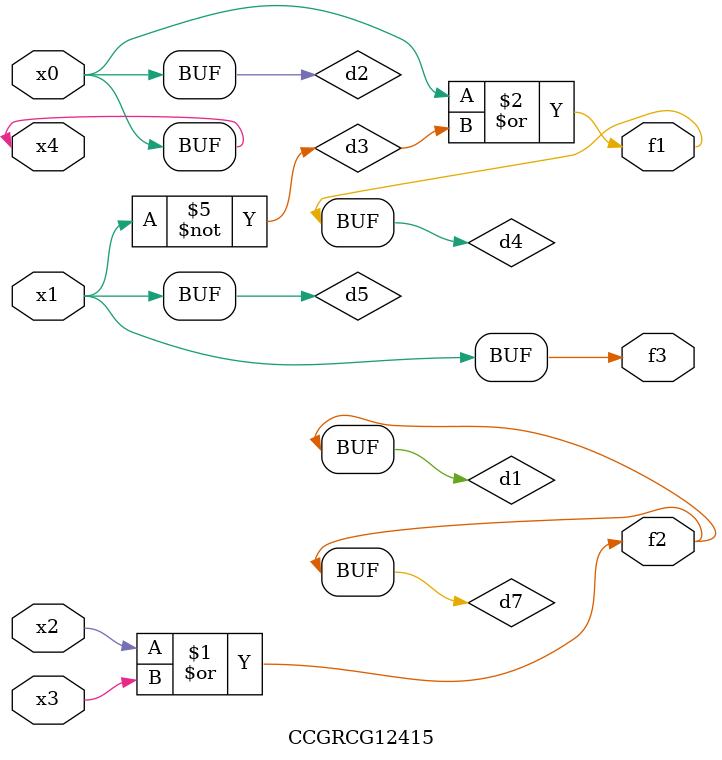
<source format=v>
module CCGRCG12415(
	input x0, x1, x2, x3, x4,
	output f1, f2, f3
);

	wire d1, d2, d3, d4, d5, d6, d7;

	or (d1, x2, x3);
	buf (d2, x0, x4);
	not (d3, x1);
	or (d4, d2, d3);
	not (d5, d3);
	nand (d6, d1, d3);
	or (d7, d1);
	assign f1 = d4;
	assign f2 = d7;
	assign f3 = d5;
endmodule

</source>
